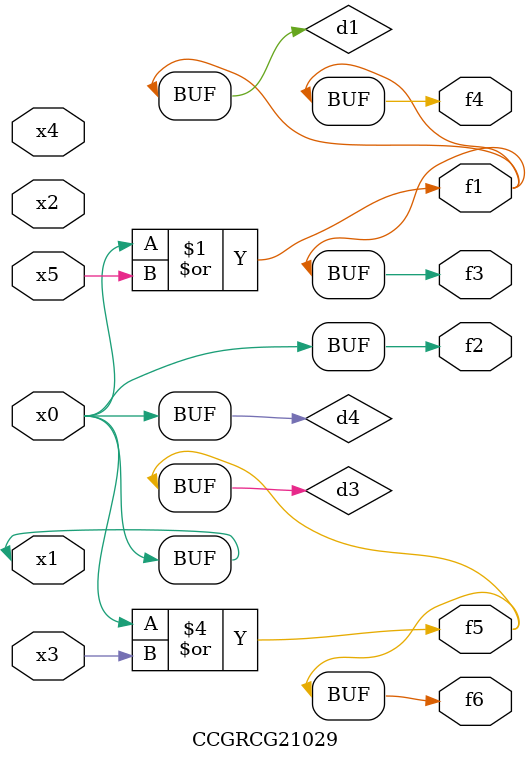
<source format=v>
module CCGRCG21029(
	input x0, x1, x2, x3, x4, x5,
	output f1, f2, f3, f4, f5, f6
);

	wire d1, d2, d3, d4;

	or (d1, x0, x5);
	xnor (d2, x1, x4);
	or (d3, x0, x3);
	buf (d4, x0, x1);
	assign f1 = d1;
	assign f2 = d4;
	assign f3 = d1;
	assign f4 = d1;
	assign f5 = d3;
	assign f6 = d3;
endmodule

</source>
